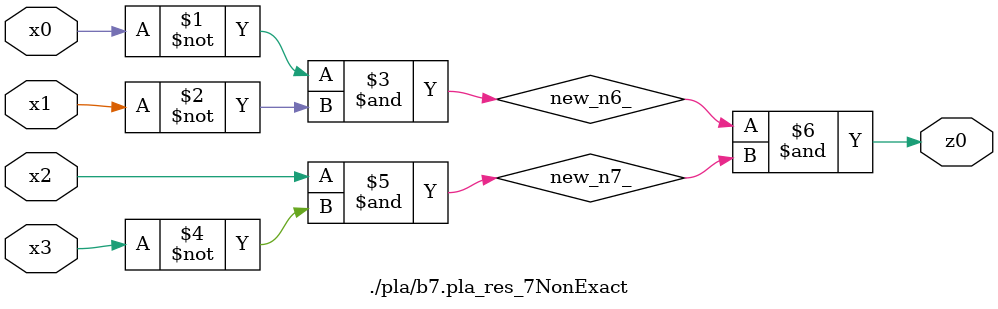
<source format=v>

module \./pla/b7.pla_res_7NonExact  ( 
    x0, x1, x2, x3,
    z0  );
  input  x0, x1, x2, x3;
  output z0;
  wire new_n6_, new_n7_;
  assign new_n6_ = ~x0 & ~x1;
  assign new_n7_ = x2 & ~x3;
  assign z0 = new_n6_ & new_n7_;
endmodule



</source>
